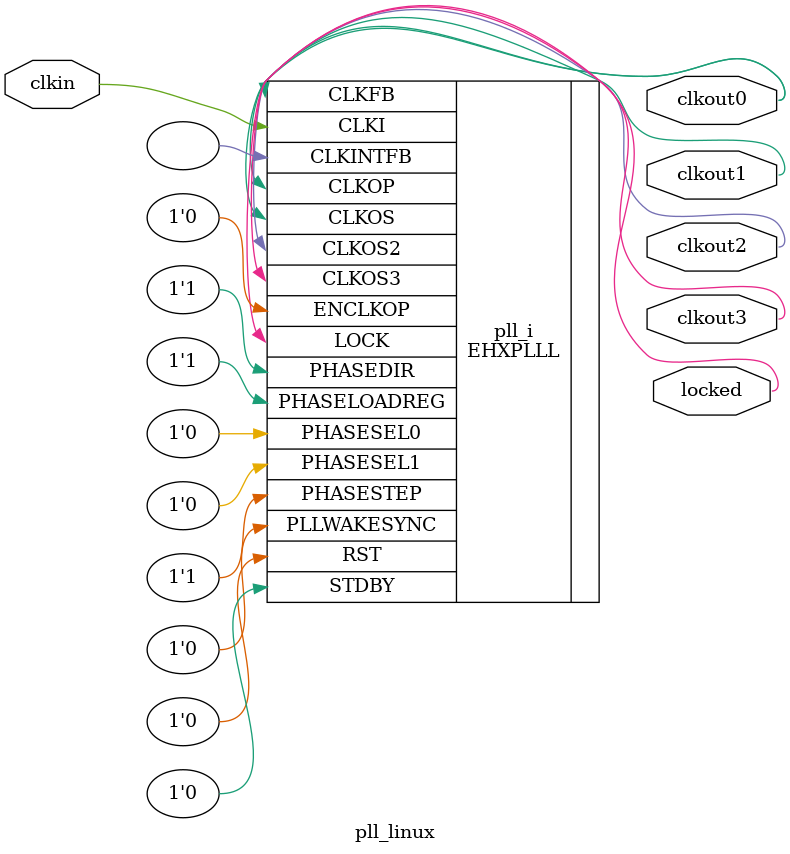
<source format=v>
module pll_linux
(
    input clkin, // 25 MHz, 0 deg
    output clkout0, // 125 MHz, 0 deg
    output clkout1, // 104.167 MHz, 270 deg
    output clkout2, // 52.0833 MHz, 0 deg
    output clkout3, // 25 MHz, 0 deg
    output locked
);
(* FREQUENCY_PIN_CLKI="25" *)
(* FREQUENCY_PIN_CLKOP="125" *)
(* FREQUENCY_PIN_CLKOS="104.167" *)
(* FREQUENCY_PIN_CLKOS2="52.0833" *)
(* FREQUENCY_PIN_CLKOS3="25" *)
(* ICP_CURRENT="12" *) (* LPF_RESISTOR="8" *) (* MFG_ENABLE_FILTEROPAMP="1" *) (* MFG_GMCREF_SEL="2" *)
EHXPLLL #(
        .PLLRST_ENA("DISABLED"),
        .INTFB_WAKE("DISABLED"),
        .STDBY_ENABLE("DISABLED"),
        .DPHASE_SOURCE("DISABLED"),
        .OUTDIVIDER_MUXA("DIVA"),
        .OUTDIVIDER_MUXB("DIVB"),
        .OUTDIVIDER_MUXC("DIVC"),
        .OUTDIVIDER_MUXD("DIVD"),
        .CLKI_DIV(1),
        .CLKOP_ENABLE("ENABLED"),
        .CLKOP_DIV(5),
        .CLKOP_CPHASE(2),
        .CLKOP_FPHASE(0),
        .CLKOS_ENABLE("ENABLED"),
        .CLKOS_DIV(6),
        .CLKOS_CPHASE(6),
        .CLKOS_FPHASE(4),
        .CLKOS2_ENABLE("ENABLED"),
        .CLKOS2_DIV(12),
        .CLKOS2_CPHASE(2),
        .CLKOS2_FPHASE(0),
        .CLKOS3_ENABLE("ENABLED"),
        .CLKOS3_DIV(25),
        .CLKOS3_CPHASE(2),
        .CLKOS3_FPHASE(0),
        .FEEDBK_PATH("CLKOP"),
        .CLKFB_DIV(5)
    ) pll_i (
        .RST(1'b0),
        .STDBY(1'b0),
        .CLKI(clkin),
        .CLKOP(clkout0),
        .CLKOS(clkout1),
        .CLKOS2(clkout2),
        .CLKOS3(clkout3),
        .CLKFB(clkout0),
        .CLKINTFB(),
        .PHASESEL0(1'b0),
        .PHASESEL1(1'b0),
        .PHASEDIR(1'b1),
        .PHASESTEP(1'b1),
        .PHASELOADREG(1'b1),
        .PLLWAKESYNC(1'b0),
        .ENCLKOP(1'b0),
        .LOCK(locked)
	);
endmodule

</source>
